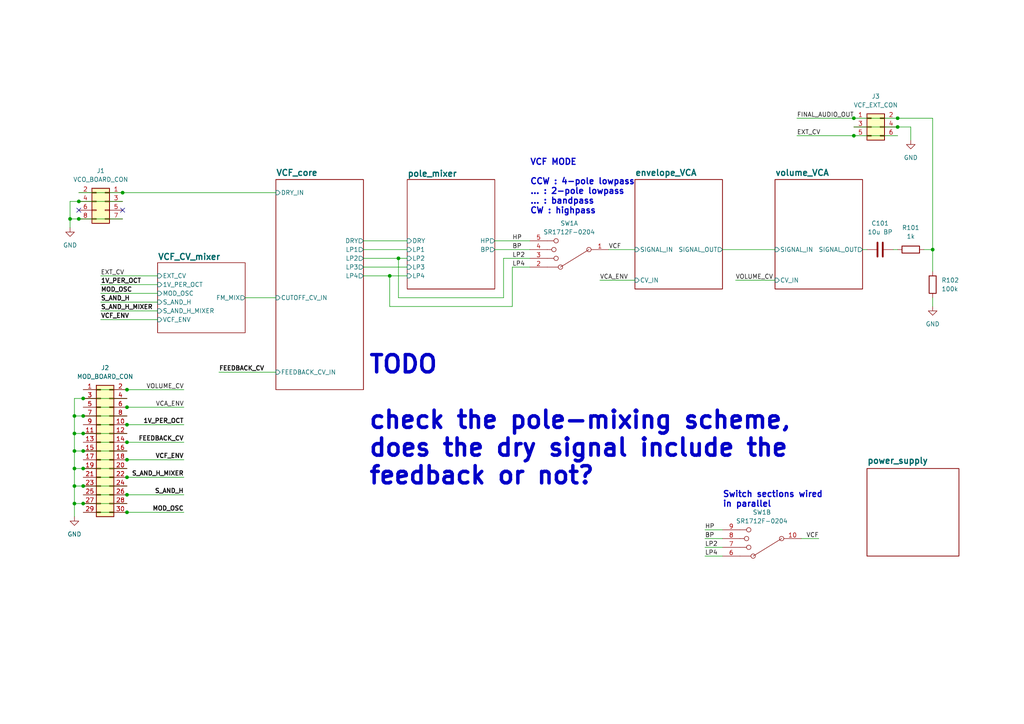
<source format=kicad_sch>
(kicad_sch (version 20230121) (generator eeschema)
  (paper "A4")
  (title_block (title "MICRO-OX VCF/VCA board") (date "2023-03-21") (rev "0") (comment 1 "creativecommons.org/licenses/by/4.0/") (comment 2 "License: CC by 4.0") (comment 3 "Author: Jordan Aceto"))
  (lib_symbols
    (symbol "Connector_Generic:Conn_02x03_Odd_Even" (pin_names (offset 1.016) hide)
      (property "Reference" "J" (at 1.27 5.08 0))
      (property "Value" "Conn_02x03_Odd_Even" (at 1.27 -5.08 0))
      (symbol "Conn_02x03_Odd_Even_1_1"
        (rectangle (start -1.27 -2.413) (end 0 -2.667) (stroke (width 0.1524)))
        (rectangle (start -1.27 0.127) (end 0 -0.127) (stroke (width 0.1524)))
        (rectangle (start -1.27 2.667) (end 0 2.413) (stroke (width 0.1524)))
        (rectangle (start -1.27 3.81) (end 3.81 -3.81) (stroke (width 0.254)) (fill (type background)))
        (rectangle (start 3.81 -2.413) (end 2.54 -2.667) (stroke (width 0.1524)))
        (rectangle (start 3.81 0.127) (end 2.54 -0.127) (stroke (width 0.1524)))
        (rectangle (start 3.81 2.667) (end 2.54 2.413) (stroke (width 0.1524)))
        (pin passive line (at -5.08 2.54 0) (length 3.81) (name "Pin_1") (number "1"))
        (pin passive line (at 7.62 2.54 180) (length 3.81) (name "Pin_2") (number "2"))
        (pin passive line (at -5.08 0 0) (length 3.81) (name "Pin_3") (number "3"))
        (pin passive line (at 7.62 0 180) (length 3.81) (name "Pin_4") (number "4"))
        (pin passive line (at -5.08 -2.54 0) (length 3.81) (name "Pin_5") (number "5"))
        (pin passive line (at 7.62 -2.54 180) (length 3.81) (name "Pin_6") (number "6"))
      )
    )
    (symbol "Connector_Generic:Conn_02x04_Odd_Even" (pin_names (offset 1.016) hide)
      (property "Reference" "J" (at 1.27 5.08 0))
      (property "Value" "Conn_02x04_Odd_Even" (at 1.27 -7.62 0))
      (symbol "Conn_02x04_Odd_Even_1_1"
        (rectangle (start -1.27 -4.953) (end 0 -5.207) (stroke (width 0.1524)))
        (rectangle (start -1.27 -2.413) (end 0 -2.667) (stroke (width 0.1524)))
        (rectangle (start -1.27 0.127) (end 0 -0.127) (stroke (width 0.1524)))
        (rectangle (start -1.27 2.667) (end 0 2.413) (stroke (width 0.1524)))
        (rectangle (start -1.27 3.81) (end 3.81 -6.35) (stroke (width 0.254)) (fill (type background)))
        (rectangle (start 3.81 -4.953) (end 2.54 -5.207) (stroke (width 0.1524)))
        (rectangle (start 3.81 -2.413) (end 2.54 -2.667) (stroke (width 0.1524)))
        (rectangle (start 3.81 0.127) (end 2.54 -0.127) (stroke (width 0.1524)))
        (rectangle (start 3.81 2.667) (end 2.54 2.413) (stroke (width 0.1524)))
        (pin passive line (at -5.08 2.54 0) (length 3.81) (name "Pin_1") (number "1"))
        (pin passive line (at 7.62 2.54 180) (length 3.81) (name "Pin_2") (number "2"))
        (pin passive line (at -5.08 0 0) (length 3.81) (name "Pin_3") (number "3"))
        (pin passive line (at 7.62 0 180) (length 3.81) (name "Pin_4") (number "4"))
        (pin passive line (at -5.08 -2.54 0) (length 3.81) (name "Pin_5") (number "5"))
        (pin passive line (at 7.62 -2.54 180) (length 3.81) (name "Pin_6") (number "6"))
        (pin passive line (at -5.08 -5.08 0) (length 3.81) (name "Pin_7") (number "7"))
        (pin passive line (at 7.62 -5.08 180) (length 3.81) (name "Pin_8") (number "8"))
      )
    )
    (symbol "Connector_Generic:Conn_02x15_Odd_Even" (pin_names (offset 1.016) hide)
      (property "Reference" "J" (at 1.27 20.32 0))
      (property "Value" "Conn_02x15_Odd_Even" (at 1.27 -20.32 0))
      (symbol "Conn_02x15_Odd_Even_1_1"
        (rectangle (start -1.27 -17.653) (end 0 -17.907) (stroke (width 0.1524)))
        (rectangle (start -1.27 -15.113) (end 0 -15.367) (stroke (width 0.1524)))
        (rectangle (start -1.27 -12.573) (end 0 -12.827) (stroke (width 0.1524)))
        (rectangle (start -1.27 -10.033) (end 0 -10.287) (stroke (width 0.1524)))
        (rectangle (start -1.27 -7.493) (end 0 -7.747) (stroke (width 0.1524)))
        (rectangle (start -1.27 -4.953) (end 0 -5.207) (stroke (width 0.1524)))
        (rectangle (start -1.27 -2.413) (end 0 -2.667) (stroke (width 0.1524)))
        (rectangle (start -1.27 0.127) (end 0 -0.127) (stroke (width 0.1524)))
        (rectangle (start -1.27 2.667) (end 0 2.413) (stroke (width 0.1524)))
        (rectangle (start -1.27 5.207) (end 0 4.953) (stroke (width 0.1524)))
        (rectangle (start -1.27 7.747) (end 0 7.493) (stroke (width 0.1524)))
        (rectangle (start -1.27 10.287) (end 0 10.033) (stroke (width 0.1524)))
        (rectangle (start -1.27 12.827) (end 0 12.573) (stroke (width 0.1524)))
        (rectangle (start -1.27 15.367) (end 0 15.113) (stroke (width 0.1524)))
        (rectangle (start -1.27 17.907) (end 0 17.653) (stroke (width 0.1524)))
        (rectangle (start -1.27 19.05) (end 3.81 -19.05) (stroke (width 0.254)) (fill (type background)))
        (rectangle (start 3.81 -17.653) (end 2.54 -17.907) (stroke (width 0.1524)))
        (rectangle (start 3.81 -15.113) (end 2.54 -15.367) (stroke (width 0.1524)))
        (rectangle (start 3.81 -12.573) (end 2.54 -12.827) (stroke (width 0.1524)))
        (rectangle (start 3.81 -10.033) (end 2.54 -10.287) (stroke (width 0.1524)))
        (rectangle (start 3.81 -7.493) (end 2.54 -7.747) (stroke (width 0.1524)))
        (rectangle (start 3.81 -4.953) (end 2.54 -5.207) (stroke (width 0.1524)))
        (rectangle (start 3.81 -2.413) (end 2.54 -2.667) (stroke (width 0.1524)))
        (rectangle (start 3.81 0.127) (end 2.54 -0.127) (stroke (width 0.1524)))
        (rectangle (start 3.81 2.667) (end 2.54 2.413) (stroke (width 0.1524)))
        (rectangle (start 3.81 5.207) (end 2.54 4.953) (stroke (width 0.1524)))
        (rectangle (start 3.81 7.747) (end 2.54 7.493) (stroke (width 0.1524)))
        (rectangle (start 3.81 10.287) (end 2.54 10.033) (stroke (width 0.1524)))
        (rectangle (start 3.81 12.827) (end 2.54 12.573) (stroke (width 0.1524)))
        (rectangle (start 3.81 15.367) (end 2.54 15.113) (stroke (width 0.1524)))
        (rectangle (start 3.81 17.907) (end 2.54 17.653) (stroke (width 0.1524)))
        (pin passive line (at -5.08 17.78 0) (length 3.81) (name "Pin_1") (number "1"))
        (pin passive line (at 7.62 7.62 180) (length 3.81) (name "Pin_10") (number "10"))
        (pin passive line (at -5.08 5.08 0) (length 3.81) (name "Pin_11") (number "11"))
        (pin passive line (at 7.62 5.08 180) (length 3.81) (name "Pin_12") (number "12"))
        (pin passive line (at -5.08 2.54 0) (length 3.81) (name "Pin_13") (number "13"))
        (pin passive line (at 7.62 2.54 180) (length 3.81) (name "Pin_14") (number "14"))
        (pin passive line (at -5.08 0 0) (length 3.81) (name "Pin_15") (number "15"))
        (pin passive line (at 7.62 0 180) (length 3.81) (name "Pin_16") (number "16"))
        (pin passive line (at -5.08 -2.54 0) (length 3.81) (name "Pin_17") (number "17"))
        (pin passive line (at 7.62 -2.54 180) (length 3.81) (name "Pin_18") (number "18"))
        (pin passive line (at -5.08 -5.08 0) (length 3.81) (name "Pin_19") (number "19"))
        (pin passive line (at 7.62 17.78 180) (length 3.81) (name "Pin_2") (number "2"))
        (pin passive line (at 7.62 -5.08 180) (length 3.81) (name "Pin_20") (number "20"))
        (pin passive line (at -5.08 -7.62 0) (length 3.81) (name "Pin_21") (number "21"))
        (pin passive line (at 7.62 -7.62 180) (length 3.81) (name "Pin_22") (number "22"))
        (pin passive line (at -5.08 -10.16 0) (length 3.81) (name "Pin_23") (number "23"))
        (pin passive line (at 7.62 -10.16 180) (length 3.81) (name "Pin_24") (number "24"))
        (pin passive line (at -5.08 -12.7 0) (length 3.81) (name "Pin_25") (number "25"))
        (pin passive line (at 7.62 -12.7 180) (length 3.81) (name "Pin_26") (number "26"))
        (pin passive line (at -5.08 -15.24 0) (length 3.81) (name "Pin_27") (number "27"))
        (pin passive line (at 7.62 -15.24 180) (length 3.81) (name "Pin_28") (number "28"))
        (pin passive line (at -5.08 -17.78 0) (length 3.81) (name "Pin_29") (number "29"))
        (pin passive line (at -5.08 15.24 0) (length 3.81) (name "Pin_3") (number "3"))
        (pin passive line (at 7.62 -17.78 180) (length 3.81) (name "Pin_30") (number "30"))
        (pin passive line (at 7.62 15.24 180) (length 3.81) (name "Pin_4") (number "4"))
        (pin passive line (at -5.08 12.7 0) (length 3.81) (name "Pin_5") (number "5"))
        (pin passive line (at 7.62 12.7 180) (length 3.81) (name "Pin_6") (number "6"))
        (pin passive line (at -5.08 10.16 0) (length 3.81) (name "Pin_7") (number "7"))
        (pin passive line (at 7.62 10.16 180) (length 3.81) (name "Pin_8") (number "8"))
        (pin passive line (at -5.08 7.62 0) (length 3.81) (name "Pin_9") (number "9"))
      )
    )
    (symbol "Device:C" (pin_numbers hide) (pin_names (offset 0.254))
      (property "Reference" "C" (at 0.635 2.54 0))
      (property "Value" "C" (at 0.635 -2.54 0))
      (symbol "C_0_1"
        (polyline (pts (xy -2.032 -0.762) (xy 2.032 -0.762)) (stroke (width 0.508)))
        (polyline (pts (xy -2.032 0.762) (xy 2.032 0.762)) (stroke (width 0.508)))
      )
      (symbol "C_1_1"
        (pin passive line (at 0 3.81 270) (length 2.794) (name "~") (number "1"))
        (pin passive line (at 0 -3.81 90) (length 2.794) (name "~") (number "2"))
      )
    )
    (symbol "Device:R" (pin_numbers hide) (pin_names (offset 0))
      (property "Reference" "R" (at 2.032 0 90))
      (property "Value" "R" (at 0 0 90))
      (symbol "R_0_1"
        (rectangle (start -1.016 -2.54) (end 1.016 2.54) (stroke (width 0.254)))
      )
      (symbol "R_1_1"
        (pin passive line (at 0 3.81 270) (length 1.27) (name "~") (number "1"))
        (pin passive line (at 0 -3.81 90) (length 1.27) (name "~") (number "2"))
      )
    )
    (symbol "custom_symbols:SR1712F-0204" (pin_names (offset 1.016) hide)
      (property "Reference" "SW101" (at -1.27 11.43 0))
      (property "Value" "SR1712F-0204" (at -1.27 8.89 0))
      (symbol "SR1712F-0204_0_0"
        (circle (center -4.445 0) (radius 0.635))
        (polyline (pts (xy -4.445 0) (xy 3.81 5.08)))
        (polyline (pts (xy 4.445 5.08) (xy 7.62 5.08)))
        (polyline (pts (xy 5.715 -2.54) (xy 7.62 -2.54)))
        (polyline (pts (xy 5.715 2.54) (xy 7.62 2.54)))
        (polyline (pts (xy 6.35 0) (xy 7.62 0)))
        (circle (center 3.81 5.08) (radius 0.635))
        (circle (center 5.08 -2.54) (radius 0.635))
        (circle (center 5.08 2.54) (radius 0.635))
        (circle (center 5.715 0) (radius 0.635))
      )
      (symbol "SR1712F-0204_1_1"
        (pin passive line (at -10.16 0 0) (length 5.08) (name "1") (number "1"))
        (pin passive line (at 12.7 5.08 180) (length 5.08) (name "2") (number "2"))
        (pin passive line (at 12.7 2.54 180) (length 5.08) (name "3") (number "3"))
        (pin passive line (at 12.7 0 180) (length 5.08) (name "4") (number "4"))
        (pin passive line (at 12.7 -2.54 180) (length 5.08) (name "5") (number "5"))
      )
      (symbol "SR1712F-0204_2_1"
        (pin passive line (at -10.16 0 0) (length 5.08) (name "10") (number "10"))
        (pin passive line (at 12.7 5.08 180) (length 5.08) (name "6") (number "6"))
        (pin passive line (at 12.7 2.54 180) (length 5.08) (name "7") (number "7"))
        (pin passive line (at 12.7 0 180) (length 5.08) (name "8") (number "8"))
        (pin passive line (at 12.7 -2.54 180) (length 5.08) (name "9") (number "9"))
      )
    )
    (symbol "power:GND" (power) (pin_names (offset 0))
      (property "Value" "GND" (at 0 -3.81 0))
      (symbol "GND_0_1"
        (polyline (pts (xy 0 0) (xy 0 -1.27) (xy 1.27 -1.27) (xy 0 -2.54) (xy -1.27 -1.27) (xy 0 -1.27)))
      )
      (symbol "GND_1_1"
        (pin power_in line (at 0 0 270) (length 0) hide (name "GND") (number "1"))
      )
    )
  )
  (junction (at 21.59 140.97))
  (junction (at 21.59 130.81))
  (junction (at 270.51 72.39))
  (junction (at 24.13 135.89))
  (junction (at 21.59 146.05))
  (junction (at 21.59 120.65))
  (junction (at 24.13 120.65))
  (junction (at 24.13 130.81))
  (junction (at 22.86 63.5))
  (junction (at 247.65 34.29))
  (junction (at 247.65 39.37))
  (junction (at 22.86 58.42))
  (junction (at 24.13 125.73))
  (junction (at 260.35 34.29))
  (junction (at 36.83 118.11))
  (junction (at 24.13 146.05))
  (junction (at 36.83 138.43))
  (junction (at 20.32 63.5))
  (junction (at 113.03 80.01))
  (junction (at 36.83 143.51))
  (junction (at 36.83 128.27))
  (junction (at 115.57 74.93))
  (junction (at 21.59 135.89))
  (junction (at 24.13 140.97))
  (junction (at 35.56 55.88))
  (junction (at 36.83 133.35))
  (junction (at 36.83 113.03))
  (junction (at 21.59 125.73))
  (junction (at 36.83 148.59))
  (junction (at 36.83 123.19))
  (junction (at 24.13 115.57))
  (junction (at 260.35 36.83))
  (no_connect (at 35.56 60.96))
  (no_connect (at 22.86 60.96))
  (wire (pts (xy 270.51 88.9) (xy 270.51 86.36)))
  (wire (pts (xy 231.14 39.37) (xy 247.65 39.37)))
  (wire (pts (xy 146.05 74.93) (xy 146.05 86.36)))
  (wire (pts (xy 24.13 120.65) (xy 36.83 120.65)))
  (wire (pts (xy 105.41 72.39) (xy 118.11 72.39)))
  (wire (pts (xy 21.59 120.65) (xy 21.59 125.73)))
  (wire (pts (xy 36.83 133.35) (xy 53.34 133.35)))
  (wire (pts (xy 105.41 80.01) (xy 113.03 80.01)))
  (wire (pts (xy 36.83 148.59) (xy 53.34 148.59)))
  (wire (pts (xy 146.05 86.36) (xy 115.57 86.36)))
  (wire (pts (xy 24.13 125.73) (xy 36.83 125.73)))
  (wire (pts (xy 148.59 88.9) (xy 148.59 77.47)))
  (wire (pts (xy 204.47 161.29) (xy 209.55 161.29)))
  (wire (pts (xy 21.59 130.81) (xy 21.59 135.89)))
  (wire (pts (xy 204.47 158.75) (xy 209.55 158.75)))
  (wire (pts (xy 21.59 115.57) (xy 21.59 120.65)))
  (wire (pts (xy 29.21 92.71) (xy 45.72 92.71)))
  (wire (pts (xy 105.41 77.47) (xy 118.11 77.47)))
  (wire (pts (xy 21.59 140.97) (xy 21.59 146.05)))
  (wire (pts (xy 153.67 74.93) (xy 146.05 74.93)))
  (wire (pts (xy 35.56 63.5) (xy 22.86 63.5)))
  (wire (pts (xy 24.13 140.97) (xy 36.83 140.97)))
  (wire (pts (xy 143.51 72.39) (xy 153.67 72.39)))
  (wire (pts (xy 21.59 140.97) (xy 24.13 140.97)))
  (wire (pts (xy 36.83 118.11) (xy 53.34 118.11)))
  (wire (pts (xy 35.56 55.88) (xy 22.86 55.88)))
  (wire (pts (xy 173.99 81.28) (xy 184.15 81.28)))
  (wire (pts (xy 204.47 153.67) (xy 209.55 153.67)))
  (wire (pts (xy 24.13 148.59) (xy 36.83 148.59)))
  (wire (pts (xy 24.13 135.89) (xy 36.83 135.89)))
  (wire (pts (xy 24.13 146.05) (xy 36.83 146.05)))
  (wire (pts (xy 231.14 34.29) (xy 247.65 34.29)))
  (wire (pts (xy 29.21 85.09) (xy 45.72 85.09)))
  (wire (pts (xy 24.13 113.03) (xy 36.83 113.03)))
  (wire (pts (xy 21.59 146.05) (xy 24.13 146.05)))
  (wire (pts (xy 250.19 72.39) (xy 251.46 72.39)))
  (wire (pts (xy 247.65 34.29) (xy 260.35 34.29)))
  (wire (pts (xy 24.13 133.35) (xy 36.83 133.35)))
  (wire (pts (xy 36.83 138.43) (xy 53.34 138.43)))
  (wire (pts (xy 113.03 80.01) (xy 113.03 88.9)))
  (wire (pts (xy 24.13 123.19) (xy 36.83 123.19)))
  (wire (pts (xy 20.32 63.5) (xy 20.32 58.42)))
  (wire (pts (xy 176.53 72.39) (xy 184.15 72.39)))
  (wire (pts (xy 143.51 69.85) (xy 153.67 69.85)))
  (wire (pts (xy 29.21 80.01) (xy 45.72 80.01)))
  (wire (pts (xy 36.83 123.19) (xy 53.34 123.19)))
  (wire (pts (xy 270.51 34.29) (xy 260.35 34.29)))
  (wire (pts (xy 270.51 72.39) (xy 270.51 78.74)))
  (wire (pts (xy 247.65 36.83) (xy 260.35 36.83)))
  (wire (pts (xy 29.21 82.55) (xy 45.72 82.55)))
  (wire (pts (xy 36.83 128.27) (xy 53.34 128.27)))
  (wire (pts (xy 247.65 39.37) (xy 260.35 39.37)))
  (wire (pts (xy 24.13 128.27) (xy 36.83 128.27)))
  (wire (pts (xy 24.13 138.43) (xy 36.83 138.43)))
  (wire (pts (xy 21.59 135.89) (xy 21.59 140.97)))
  (wire (pts (xy 148.59 77.47) (xy 153.67 77.47)))
  (wire (pts (xy 270.51 72.39) (xy 267.97 72.39)))
  (wire (pts (xy 20.32 63.5) (xy 20.32 66.04)))
  (wire (pts (xy 209.55 72.39) (xy 224.79 72.39)))
  (wire (pts (xy 105.41 69.85) (xy 118.11 69.85)))
  (wire (pts (xy 115.57 74.93) (xy 115.57 86.36)))
  (wire (pts (xy 80.01 107.95) (xy 63.5 107.95)))
  (wire (pts (xy 29.21 90.17) (xy 45.72 90.17)))
  (wire (pts (xy 213.36 81.28) (xy 224.79 81.28)))
  (wire (pts (xy 36.83 143.51) (xy 53.34 143.51)))
  (wire (pts (xy 24.13 143.51) (xy 36.83 143.51)))
  (wire (pts (xy 24.13 118.11) (xy 36.83 118.11)))
  (wire (pts (xy 21.59 146.05) (xy 21.59 149.86)))
  (wire (pts (xy 113.03 80.01) (xy 118.11 80.01)))
  (wire (pts (xy 264.16 36.83) (xy 260.35 36.83)))
  (wire (pts (xy 259.08 72.39) (xy 260.35 72.39)))
  (wire (pts (xy 21.59 115.57) (xy 24.13 115.57)))
  (wire (pts (xy 113.03 88.9) (xy 148.59 88.9)))
  (wire (pts (xy 21.59 120.65) (xy 24.13 120.65)))
  (wire (pts (xy 29.21 87.63) (xy 45.72 87.63)))
  (wire (pts (xy 21.59 125.73) (xy 21.59 130.81)))
  (wire (pts (xy 232.41 156.21) (xy 237.49 156.21)))
  (wire (pts (xy 21.59 130.81) (xy 24.13 130.81)))
  (wire (pts (xy 21.59 135.89) (xy 24.13 135.89)))
  (wire (pts (xy 35.56 58.42) (xy 22.86 58.42)))
  (wire (pts (xy 270.51 72.39) (xy 270.51 34.29)))
  (wire (pts (xy 204.47 156.21) (xy 209.55 156.21)))
  (wire (pts (xy 115.57 74.93) (xy 118.11 74.93)))
  (wire (pts (xy 21.59 125.73) (xy 24.13 125.73)))
  (wire (pts (xy 20.32 58.42) (xy 22.86 58.42)))
  (wire (pts (xy 22.86 63.5) (xy 20.32 63.5)))
  (wire (pts (xy 105.41 74.93) (xy 115.57 74.93)))
  (wire (pts (xy 24.13 130.81) (xy 36.83 130.81)))
  (wire (pts (xy 36.83 113.03) (xy 53.34 113.03)))
  (wire (pts (xy 71.12 86.36) (xy 80.01 86.36)))
  (wire (pts (xy 24.13 115.57) (xy 36.83 115.57)))
  (wire (pts (xy 264.16 40.64) (xy 264.16 36.83)))
  (wire (pts (xy 80.01 55.88) (xy 35.56 55.88)))
  (text "TODO\n\ncheck the pole-mixing scheme,\ndoes the dry signal include the\nfeedback or not?" (at 106.68 140.97 0) (effects (font (size 5 5) (thickness 1) bold) (justify left bottom)))
  (text "VCF MODE\n\nCCW : 4-pole lowpass\n... : 2-pole lowpass\n... : bandpass\nCW : highpass" (at 153.67 62.23 0) (effects (font (size 1.75 1.75) bold) (justify left bottom)))
  (text "Switch sections wired\nin parallel" (at 209.55 147.32 0) (effects (font (size 1.75 1.75) bold) (justify left bottom)))
  (label "HP" (at 148.59 69.85 0))
  (label "S_AND_H" (at 29.21 87.63 0) (effects (font bold)))
  (label "HP" (at 204.47 153.67 0))
  (label "LP4" (at 204.47 161.29 0))
  (label "LP2" (at 204.47 158.75 0))
  (label "BP" (at 148.59 72.39 0))
  (label "VCF" (at 237.49 156.21 180))
  (label "FEEDBACK_CV" (at 63.5 107.95 0) (effects (font bold)))
  (label "LP2" (at 148.59 74.93 0))
  (label "VCA_ENV" (at 53.34 118.11 180))
  (label "S_AND_H" (at 53.34 143.51 180) (effects (font bold)))
  (label "VOLUME_CV" (at 53.34 113.03 180))
  (label "S_AND_H_MIXER" (at 53.34 138.43 180) (effects (font bold)))
  (label "VCF" (at 176.53 72.39 0))
  (label "VCA_ENV" (at 173.99 81.28 0))
  (label "1V_PER_OCT" (at 53.34 123.19 180) (effects (font bold)))
  (label "VCF_ENV" (at 29.21 92.71 0) (effects (font bold)))
  (label "VOLUME_CV" (at 213.36 81.28 0))
  (label "BP" (at 204.47 156.21 0))
  (label "LP4" (at 148.59 77.47 0))
  (label "FINAL_AUDIO_OUT" (at 231.14 34.29 0))
  (label "EXT_CV" (at 231.14 39.37 0))
  (label "EXT_CV" (at 29.21 80.01 0))
  (label "MOD_OSC" (at 29.21 85.09 0) (effects (font bold)))
  (label "FEEDBACK_CV" (at 53.34 128.27 180) (effects (font bold)))
  (label "1V_PER_OCT" (at 29.21 82.55 0) (effects (font bold)))
  (label "S_AND_H_MIXER" (at 29.21 90.17 0) (effects (font bold)))
  (label "VCF_ENV" (at 53.34 133.35 180) (effects (font bold)))
  (label "MOD_OSC" (at 53.34 148.59 180) (effects (font bold)))
  (symbol (lib_id "Connector_Generic:Conn_02x15_Odd_Even") (at 29.21 130.81 0) (unit 1)
    (property "Reference" "J2" (at 30.48 106.68 0))
    (property "Value" "MOD_BOARD_CON" (at 30.48 109.22 0))
    (property "Footprint" "custom_footprints:30_pin_IDC-Header" (effects hide))
  )
  (symbol (lib_id "Device:C") (at 255.27 72.39 90) (unit 1)
    (property "Reference" "C101" (at 255.27 64.77 90))
    (property "Value" "10u BP" (at 255.27 67.31 90))
    (property "Footprint" "Capacitor_THT:C_Radial_D6.3mm_H7.0mm_P2.50mm" (effects hide))
  )
  (symbol (lib_id "power:GND") (at 21.59 149.86 0) (mirror y) (unit 1)
    (property "Reference" "#PWR0102" (effects hide))
    (property "Value" "GND" (at 21.59 154.94 0))
  )
  (symbol (lib_id "Device:R") (at 264.16 72.39 90) (mirror x) (unit 1)
    (property "Reference" "R101" (at 264.16 66.04 90))
    (property "Value" "1k" (at 264.16 68.58 90))
    (property "Footprint" "Resistor_SMD:R_0603_1608Metric" (effects hide))
  )
  (symbol (lib_id "power:GND") (at 264.16 40.64 0) (unit 1)
    (property "Reference" "#PWR0103" (effects hide))
    (property "Value" "GND" (at 264.16 45.72 0))
  )
  (symbol (lib_id "Connector_Generic:Conn_02x04_Odd_Even") (at 30.48 58.42 0) (mirror y) (unit 1)
    (property "Reference" "J1" (at 29.21 49.53 0))
    (property "Value" "VCO_BOARD_CON" (at 29.21 52.07 0))
    (property "Footprint" "custom_footprints:8_pin_IDC-Header" (effects hide))
  )
  (symbol (lib_id "custom_symbols:SR1712F-0204") (at 166.37 72.39 180) (unit 1)
    (property "Reference" "SW1" (at 165.1 64.77 0))
    (property "Value" "SR1712F-0204" (at 165.1 67.31 0))
    (property "Footprint" "custom_footprints:SR1712F_rotary_switch" (effects hide))
  )
  (symbol (lib_id "power:GND") (at 270.51 88.9 0) (unit 1)
    (property "Reference" "#PWR0104" (effects hide))
    (property "Value" "GND" (at 270.51 93.98 0))
  )
  (symbol (lib_id "custom_symbols:SR1712F-0204") (at 222.25 156.21 180) (unit 2)
    (property "Reference" "SW1" (at 220.98 148.59 0))
    (property "Value" "SR1712F-0204" (at 220.98 151.13 0))
    (property "Footprint" "custom_footprints:SR1712F_rotary_switch" (effects hide))
  )
  (symbol (lib_id "power:GND") (at 20.32 66.04 0) (mirror y) (unit 1)
    (property "Reference" "#PWR0101" (effects hide))
    (property "Value" "GND" (at 20.32 71.12 0))
  )
  (symbol (lib_id "Device:R") (at 270.51 82.55 0) (mirror y) (unit 1)
    (property "Reference" "R102" (at 273.05 81.2799 0) (effects (justify right)))
    (property "Value" "100k" (at 273.05 83.8199 0) (effects (justify right)))
    (property "Footprint" "Resistor_SMD:R_0603_1608Metric" (effects hide))
  )
  (symbol (lib_id "Connector_Generic:Conn_02x03_Odd_Even") (at 252.73 36.83 0) (unit 1)
    (property "Reference" "J3" (at 254 27.94 0))
    (property "Value" "VCF_EXT_CON" (at 254 30.48 0))
    (property "Footprint" "custom_footprints:6_pin_IDC-Header" (effects hide))
  )
  (sheet (at 118.11 52.07) (size 25.4 31.75) (stroke (width 0.1524))
    (property "Sheetname" "pole_mixer" (at 118.11 51.3584 0) (effects (font (size 1.75 1.75) bold) (justify left bottom)))
    (property "Sheetfile" "pole_mixer.kicad_sch" (effects hide))
    (pin "LP3" input (at 118.11 77.47 180))
    (pin "DRY" input (at 118.11 69.85 180))
    (pin "LP1" input (at 118.11 72.39 180))
    (pin "LP2" input (at 118.11 74.93 180))
    (pin "LP4" input (at 118.11 80.01 180))
    (pin "BP" output (at 143.51 72.39 0))
    (pin "HP" output (at 143.51 69.85 0))
  )
  (sheet (at 45.72 76.2) (size 25.4 20.32) (stroke (width 0.1524))
    (property "Sheetname" "VCF_CV_mixer" (at 45.72 75.4884 0) (effects (font (size 1.75 1.75) bold) (justify left bottom)))
    (property "Sheetfile" "VCF_CV_mixer.kicad_sch" (effects hide))
    (pin "VCF_ENV" input (at 45.72 92.71 180))
    (pin "1V_PER_OCT" input (at 45.72 82.55 180))
    (pin "MOD_OSC" input (at 45.72 85.09 180))
    (pin "S_AND_H_MIXER" input (at 45.72 90.17 180))
    (pin "S_AND_H" input (at 45.72 87.63 180))
    (pin "EXT_CV" input (at 45.72 80.01 180))
    (pin "FM_MIX" output (at 71.12 86.36 0))
  )
  (sheet (at 251.46 135.89) (size 26.67 25.4) (stroke (width 0.1524))
    (property "Sheetname" "power_supply" (at 251.46 134.62 0) (effects (font (size 1.75 1.75) bold) (justify left bottom)))
    (property "Sheetfile" "power_supply.kicad_sch" (effects hide))
  )
  (sheet (at 184.15 52.07) (size 25.4 31.75) (stroke (width 0.1524))
    (property "Sheetname" "envelope_VCA" (at 184.15 51.1184 0) (effects (font (size 1.75 1.75) bold) (justify left bottom)))
    (property "Sheetfile" "VCA.kicad_sch" (effects hide))
    (pin "SIGNAL_OUT" output (at 209.55 72.39 0))
    (pin "CV_IN" input (at 184.15 81.28 180))
    (pin "SIGNAL_IN" input (at 184.15 72.39 180))
  )
  (sheet (at 224.79 52.07) (size 25.4 31.75) (stroke (width 0.1524))
    (property "Sheetname" "volume_VCA" (at 224.79 51.1184 0) (effects (font (size 1.75 1.75) bold) (justify left bottom)))
    (property "Sheetfile" "VCA.kicad_sch" (effects hide))
    (pin "SIGNAL_OUT" output (at 250.19 72.39 0))
    (pin "CV_IN" input (at 224.79 81.28 180))
    (pin "SIGNAL_IN" input (at 224.79 72.39 180))
  )
  (sheet (at 80.01 52.07) (size 25.4 60.96) (stroke (width 0.1524))
    (property "Sheetname" "VCF_core" (at 80.01 51.1184 0) (effects (font (size 1.75 1.75) bold) (justify left bottom)))
    (property "Sheetfile" "VCF_core.kicad_sch" (effects hide))
    (pin "DRY_IN" input (at 80.01 55.88 180))
    (pin "FEEDBACK_CV_IN" input (at 80.01 107.95 180))
    (pin "CUTOFF_CV_IN" input (at 80.01 86.36 180))
    (pin "LP2" output (at 105.41 74.93 0))
    (pin "LP4" output (at 105.41 80.01 0))
    (pin "DRY" output (at 105.41 69.85 0))
    (pin "LP1" output (at 105.41 72.39 0))
    (pin "LP3" output (at 105.41 77.47 0))
  )
)
</source>
